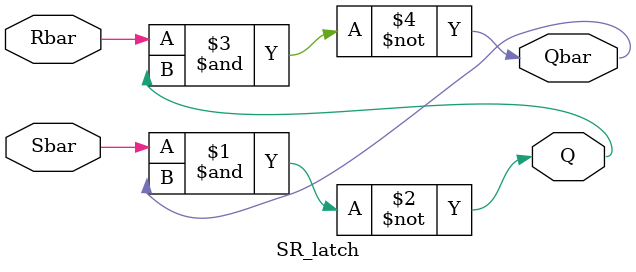
<source format=v>
module SR_latch(Q, Qbar, Sbar, Rbar);

//?? ??
output Q, Qbar;
input Sbar, Rbar;

//Verilog ?????? nand ???? ??
nand n1(Q, Sbar, Qbar);
nand n2(Qbar, Rbar, Q);

endmodule

</source>
